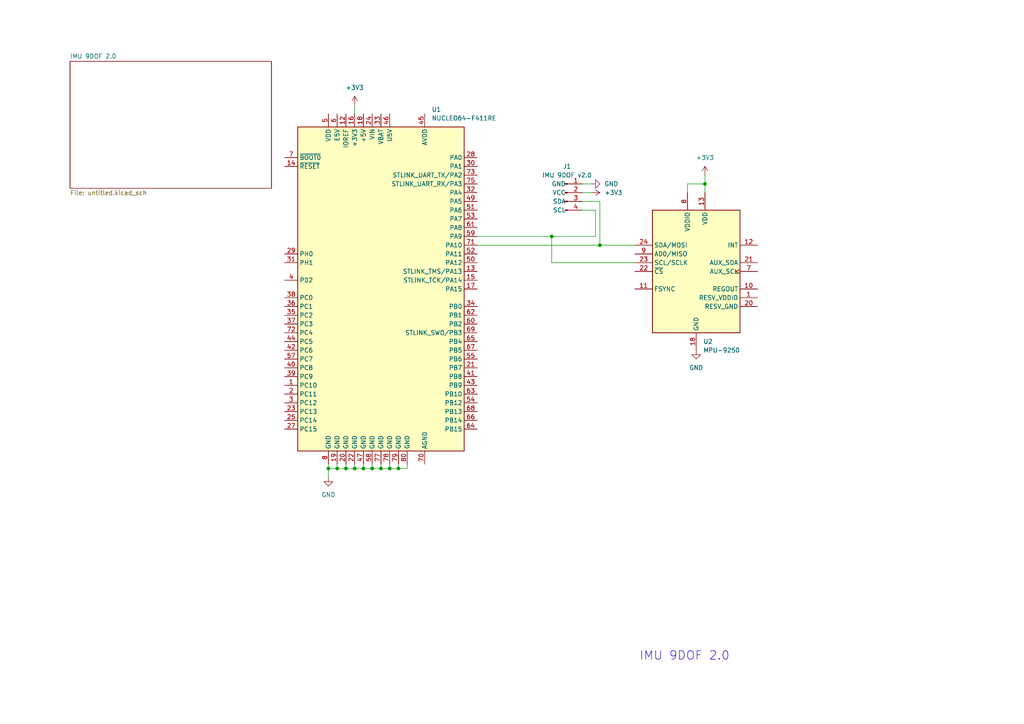
<source format=kicad_sch>
(kicad_sch (version 20211123) (generator eeschema)
  (paper "A4")
  (lib_symbols
    (symbol "MCU_Module:NUCLEO64-F411RE"
      (property "Reference" "U" (at -17.78 50.165 0))
      (property "Value" "NUCLEO64-F411RE" (at -17.78 48.26 0))
      (symbol "NUCLEO64-F411RE_0_1"
        (rectangle (start -24.13 -46.99) (end 24.13 46.99) (stroke (width 0.254)) (fill (type background)))
      )
      (symbol "NUCLEO64-F411RE_1_1"
        (pin bidirectional line (at -27.94 -27.94 0) (length 3.81) (name "PC10") (number "1"))
        (pin no_connect line (at -27.94 20.32 0) (length 3.81) hide (name "NC") (number "10"))
        (pin no_connect line (at -27.94 15.24 0) (length 3.81) hide (name "NC") (number "11"))
        (pin power_in line (at -10.16 50.8 270) (length 3.81) (name "IOREF") (number "12"))
        (pin bidirectional line (at 27.94 5.08 180) (length 3.81) (name "STLINK_TMS/PA13") (number "13"))
        (pin input line (at -27.94 35.56 0) (length 3.81) (name "~{RESET}") (number "14"))
        (pin bidirectional line (at 27.94 2.54 180) (length 3.81) (name "STLINK_TCK/PA14") (number "15"))
        (pin power_in line (at -7.62 50.8 270) (length 3.81) (name "+3V3") (number "16"))
        (pin bidirectional line (at 27.94 0 180) (length 3.81) (name "PA15") (number "17"))
        (pin power_in line (at -5.08 50.8 270) (length 3.81) (name "+5V") (number "18"))
        (pin power_in line (at -12.7 -50.8 90) (length 3.81) (name "GND") (number "19"))
        (pin bidirectional line (at -27.94 -30.48 0) (length 3.81) (name "PC11") (number "2"))
        (pin power_in line (at -10.16 -50.8 90) (length 3.81) (name "GND") (number "20"))
        (pin bidirectional line (at 27.94 -22.86 180) (length 3.81) (name "PB7") (number "21"))
        (pin power_in line (at -7.62 -50.8 90) (length 3.81) (name "GND") (number "22"))
        (pin bidirectional line (at -27.94 -35.56 0) (length 3.81) (name "PC13") (number "23"))
        (pin power_in line (at -2.54 50.8 270) (length 3.81) (name "VIN") (number "24"))
        (pin bidirectional line (at -27.94 -38.1 0) (length 3.81) (name "PC14") (number "25"))
        (pin no_connect line (at -27.94 22.86 0) (length 3.81) hide (name "NC") (number "26"))
        (pin bidirectional line (at -27.94 -40.64 0) (length 3.81) (name "PC15") (number "27"))
        (pin bidirectional line (at 27.94 38.1 180) (length 3.81) (name "PA0") (number "28"))
        (pin bidirectional line (at -27.94 10.16 0) (length 3.81) (name "PH0") (number "29"))
        (pin bidirectional line (at -27.94 -33.02 0) (length 3.81) (name "PC12") (number "3"))
        (pin bidirectional line (at 27.94 35.56 180) (length 3.81) (name "PA1") (number "30"))
        (pin bidirectional line (at -27.94 7.62 0) (length 3.81) (name "PH1") (number "31"))
        (pin bidirectional line (at 27.94 27.94 180) (length 3.81) (name "PA4") (number "32"))
        (pin power_in line (at 0 50.8 270) (length 3.81) (name "VBAT") (number "33"))
        (pin bidirectional line (at 27.94 -5.08 180) (length 3.81) (name "PB0") (number "34"))
        (pin bidirectional line (at -27.94 -7.62 0) (length 3.81) (name "PC2") (number "35"))
        (pin bidirectional line (at -27.94 -5.08 0) (length 3.81) (name "PC1") (number "36"))
        (pin bidirectional line (at -27.94 -10.16 0) (length 3.81) (name "PC3") (number "37"))
        (pin bidirectional line (at -27.94 -2.54 0) (length 3.81) (name "PC0") (number "38"))
        (pin bidirectional line (at -27.94 -25.4 0) (length 3.81) (name "PC9") (number "39"))
        (pin bidirectional line (at -27.94 2.54 0) (length 3.81) (name "PD2") (number "4"))
        (pin bidirectional line (at -27.94 -22.86 0) (length 3.81) (name "PC8") (number "40"))
        (pin bidirectional line (at 27.94 -25.4 180) (length 3.81) (name "PB8") (number "41"))
        (pin bidirectional line (at -27.94 -17.78 0) (length 3.81) (name "PC6") (number "42"))
        (pin bidirectional line (at 27.94 -27.94 180) (length 3.81) (name "PB9") (number "43"))
        (pin bidirectional line (at -27.94 -15.24 0) (length 3.81) (name "PC5") (number "44"))
        (pin power_in line (at 12.7 50.8 270) (length 3.81) (name "AVDD") (number "45"))
        (pin power_in line (at 2.54 50.8 270) (length 3.81) (name "U5V") (number "46"))
        (pin power_in line (at -5.08 -50.8 90) (length 3.81) (name "GND") (number "47"))
        (pin no_connect line (at -27.94 25.4 0) (length 3.81) hide (name "NC") (number "48"))
        (pin bidirectional line (at 27.94 25.4 180) (length 3.81) (name "PA5") (number "49"))
        (pin power_in line (at -15.24 50.8 270) (length 3.81) (name "VDD") (number "5"))
        (pin bidirectional line (at 27.94 7.62 180) (length 3.81) (name "PA12") (number "50"))
        (pin bidirectional line (at 27.94 22.86 180) (length 3.81) (name "PA6") (number "51"))
        (pin bidirectional line (at 27.94 10.16 180) (length 3.81) (name "PA11") (number "52"))
        (pin bidirectional line (at 27.94 20.32 180) (length 3.81) (name "PA7") (number "53"))
        (pin bidirectional line (at 27.94 -33.02 180) (length 3.81) (name "PB12") (number "54"))
        (pin bidirectional line (at 27.94 -20.32 180) (length 3.81) (name "PB6") (number "55"))
        (pin no_connect line (at -27.94 33.02 0) (length 3.81) hide (name "NC") (number "56"))
        (pin bidirectional line (at -27.94 -20.32 0) (length 3.81) (name "PC7") (number "57"))
        (pin power_in line (at -2.54 -50.8 90) (length 3.81) (name "GND") (number "58"))
        (pin bidirectional line (at 27.94 15.24 180) (length 3.81) (name "PA9") (number "59"))
        (pin power_in line (at -12.7 50.8 270) (length 3.81) (name "E5V") (number "6"))
        (pin bidirectional line (at 27.94 -10.16 180) (length 3.81) (name "PB2") (number "60"))
        (pin bidirectional line (at 27.94 17.78 180) (length 3.81) (name "PA8") (number "61"))
        (pin bidirectional line (at 27.94 -7.62 180) (length 3.81) (name "PB1") (number "62"))
        (pin bidirectional line (at 27.94 -30.48 180) (length 3.81) (name "PB10") (number "63"))
        (pin bidirectional line (at 27.94 -40.64 180) (length 3.81) (name "PB15") (number "64"))
        (pin bidirectional line (at 27.94 -15.24 180) (length 3.81) (name "PB4") (number "65"))
        (pin bidirectional line (at 27.94 -38.1 180) (length 3.81) (name "PB14") (number "66"))
        (pin bidirectional line (at 27.94 -17.78 180) (length 3.81) (name "PB5") (number "67"))
        (pin bidirectional line (at 27.94 -35.56 180) (length 3.81) (name "PB13") (number "68"))
        (pin bidirectional line (at 27.94 -12.7 180) (length 3.81) (name "STLINK_SWO/PB3") (number "69"))
        (pin input line (at -27.94 38.1 0) (length 3.81) (name "~{BOOT0}") (number "7"))
        (pin power_in line (at 12.7 -50.8 90) (length 3.81) (name "AGND") (number "70"))
        (pin bidirectional line (at 27.94 12.7 180) (length 3.81) (name "PA10") (number "71"))
        (pin bidirectional line (at -27.94 -12.7 0) (length 3.81) (name "PC4") (number "72"))
        (pin bidirectional line (at 27.94 33.02 180) (length 3.81) (name "STLINK_UART_TX/PA2") (number "73"))
        (pin no_connect line (at -27.94 30.48 0) (length 3.81) hide (name "NC") (number "74"))
        (pin bidirectional line (at 27.94 30.48 180) (length 3.81) (name "STLINK_UART_RX/PA3") (number "75"))
        (pin no_connect line (at -27.94 27.94 0) (length 3.81) hide (name "NC") (number "76"))
        (pin power_in line (at 0 -50.8 90) (length 3.81) (name "GND") (number "77"))
        (pin power_in line (at 2.54 -50.8 90) (length 3.81) (name "GND") (number "78"))
        (pin power_in line (at 5.08 -50.8 90) (length 3.81) (name "GND") (number "79"))
        (pin power_in line (at -15.24 -50.8 90) (length 3.81) (name "GND") (number "8"))
        (pin power_in line (at 7.62 -50.8 90) (length 3.81) (name "GND") (number "80"))
        (pin no_connect line (at -27.94 17.78 0) (length 3.81) hide (name "NC") (number "9"))
      )
    )
    (symbol "Sensor_Motion:MPU-9250"
      (property "Reference" "U" (at -11.43 19.05 0))
      (property "Value" "MPU-9250" (at 7.62 -19.05 0))
      (symbol "MPU-9250_0_1"
        (rectangle (start -12.7 17.78) (end 12.7 -17.78) (stroke (width 0.254)) (fill (type background)))
      )
      (symbol "MPU-9250_1_1"
        (pin input line (at 17.78 -7.62 180) (length 5.08) (name "RESV_VDDIO") (number "1"))
        (pin passive line (at 17.78 -5.08 180) (length 5.08) (name "REGOUT") (number "10"))
        (pin input line (at -17.78 -5.08 0) (length 5.08) (name "FSYNC") (number "11"))
        (pin output line (at 17.78 7.62 180) (length 5.08) (name "INT") (number "12"))
        (pin power_in line (at 2.54 22.86 270) (length 5.08) (name "VDD") (number "13"))
        (pin power_in line (at 0 -22.86 90) (length 5.08) (name "GND") (number "18"))
        (pin power_in line (at 17.78 -10.16 180) (length 5.08) (name "RESV_GND") (number "20"))
        (pin bidirectional line (at 17.78 2.54 180) (length 5.08) (name "AUX_SDA") (number "21"))
        (pin input line (at -17.78 0 0) (length 5.08) (name "~{CS}") (number "22"))
        (pin input line (at -17.78 2.54 0) (length 5.08) (name "SCL/SCLK") (number "23"))
        (pin bidirectional line (at -17.78 7.62 0) (length 5.08) (name "SDA/MOSI") (number "24"))
        (pin output clock (at 17.78 0 180) (length 5.08) (name "AUX_SCL") (number "7"))
        (pin power_in line (at -2.54 22.86 270) (length 5.08) (name "VDDIO") (number "8"))
        (pin bidirectional line (at -17.78 5.08 0) (length 5.08) (name "AD0/MISO") (number "9"))
      )
    )
    (symbol "accelerometer:IMU 9DOF v2.0" (pin_names (offset 1.016))
      (property "Reference" "J?" (at 0.635 7.62 0))
      (property "Value" "IMU 9DOF v2.0" (at 0.635 5.08 0))
      (symbol "IMU 9DOF v2.0_1_1"
        (polyline (pts (xy 1.27 -5.08) (xy 0.8636 -5.08)) (stroke (width 0.1524)))
        (polyline (pts (xy 1.27 -2.54) (xy 0.8636 -2.54)) (stroke (width 0.1524)))
        (polyline (pts (xy 1.27 0) (xy 0.8636 0)) (stroke (width 0.1524)))
        (polyline (pts (xy 1.27 2.54) (xy 0.8636 2.54)) (stroke (width 0.1524)))
        (rectangle (start 0.8636 -4.953) (end 0 -5.207) (stroke (width 0.1524)) (fill (type outline)))
        (rectangle (start 0.8636 -2.413) (end 0 -2.667) (stroke (width 0.1524)) (fill (type outline)))
        (rectangle (start 0.8636 0.127) (end 0 -0.127) (stroke (width 0.1524)) (fill (type outline)))
        (rectangle (start 0.8636 2.667) (end 0 2.413) (stroke (width 0.1524)) (fill (type outline)))
        (pin passive line (at 5.08 2.54 180) (length 3.81) (name "GND") (number "1"))
        (pin passive line (at 5.08 0 180) (length 3.81) (name "VCC") (number "2"))
        (pin passive line (at 5.08 -2.54 180) (length 3.81) (name "SDA") (number "3"))
        (pin passive line (at 5.08 -5.08 180) (length 3.81) (name "SCL") (number "4"))
      )
    )
    (symbol "power:+3.3V" (power) (pin_names (offset 0))
      (property "Value" "+3.3V" (at 0 3.556 0))
      (symbol "+3.3V_0_1"
        (polyline (pts (xy -0.762 1.27) (xy 0 2.54)))
        (polyline (pts (xy 0 0) (xy 0 2.54)))
        (polyline (pts (xy 0 2.54) (xy 0.762 1.27)))
      )
      (symbol "+3.3V_1_1"
        (pin power_in line (at 0 0 90) (length 0) hide (name "+3V3") (number "1"))
      )
    )
    (symbol "power:GND" (power) (pin_names (offset 0))
      (property "Value" "GND" (at 0 -3.81 0))
      (symbol "GND_0_1"
        (polyline (pts (xy 0 0) (xy 0 -1.27) (xy 1.27 -1.27) (xy 0 -2.54) (xy -1.27 -1.27) (xy 0 -1.27)))
      )
      (symbol "GND_1_1"
        (pin power_in line (at 0 0 270) (length 0) hide (name "GND") (number "1"))
      )
    )
  )
  (junction (at 107.95 135.89))
  (junction (at 173.99 71.12))
  (junction (at 160.02 68.58))
  (junction (at 115.57 135.89))
  (junction (at 95.25 135.89))
  (junction (at 204.47 53.34))
  (junction (at 97.79 135.89))
  (junction (at 113.03 135.89))
  (junction (at 100.33 135.89))
  (junction (at 102.87 135.89))
  (junction (at 110.49 135.89))
  (junction (at 105.41 135.89))
  (wire (pts (xy 110.49 135.89) (xy 110.49 134.62)))
  (wire (pts (xy 102.87 135.89) (xy 102.87 134.62)))
  (wire (pts (xy 97.79 135.89) (xy 97.79 134.62)))
  (wire (pts (xy 138.43 68.58) (xy 160.02 68.58)))
  (wire (pts (xy 102.87 135.89) (xy 105.41 135.89)))
  (wire (pts (xy 199.39 55.88) (xy 199.39 53.34)))
  (wire (pts (xy 115.57 135.89) (xy 115.57 134.62)))
  (wire (pts (xy 173.99 58.42) (xy 173.99 71.12)))
  (wire (pts (xy 160.02 76.2) (xy 184.15 76.2)))
  (wire (pts (xy 97.79 135.89) (xy 100.33 135.89)))
  (wire (pts (xy 172.72 60.96) (xy 172.72 68.58)))
  (wire (pts (xy 168.91 53.34) (xy 171.45 53.34)))
  (wire (pts (xy 160.02 68.58) (xy 172.72 68.58)))
  (wire (pts (xy 173.99 71.12) (xy 184.15 71.12)))
  (wire (pts (xy 118.11 134.62) (xy 118.11 135.89)))
  (wire (pts (xy 110.49 135.89) (xy 113.03 135.89)))
  (wire (pts (xy 199.39 53.34) (xy 204.47 53.34)))
  (wire (pts (xy 95.25 135.89) (xy 97.79 135.89)))
  (wire (pts (xy 113.03 135.89) (xy 113.03 134.62)))
  (wire (pts (xy 100.33 135.89) (xy 100.33 134.62)))
  (wire (pts (xy 107.95 135.89) (xy 107.95 134.62)))
  (wire (pts (xy 107.95 135.89) (xy 110.49 135.89)))
  (wire (pts (xy 105.41 135.89) (xy 107.95 135.89)))
  (wire (pts (xy 138.43 71.12) (xy 173.99 71.12)))
  (wire (pts (xy 115.57 135.89) (xy 118.11 135.89)))
  (wire (pts (xy 95.25 138.43) (xy 95.25 135.89)))
  (wire (pts (xy 204.47 50.8) (xy 204.47 53.34)))
  (wire (pts (xy 100.33 135.89) (xy 102.87 135.89)))
  (wire (pts (xy 160.02 76.2) (xy 160.02 68.58)))
  (wire (pts (xy 168.91 60.96) (xy 172.72 60.96)))
  (wire (pts (xy 102.87 30.48) (xy 102.87 33.02)))
  (wire (pts (xy 113.03 135.89) (xy 115.57 135.89)))
  (wire (pts (xy 168.91 58.42) (xy 173.99 58.42)))
  (wire (pts (xy 105.41 135.89) (xy 105.41 134.62)))
  (wire (pts (xy 95.25 135.89) (xy 95.25 134.62)))
  (wire (pts (xy 204.47 53.34) (xy 204.47 55.88)))
  (wire (pts (xy 168.91 55.88) (xy 171.45 55.88)))
  (text "IMU 9DOF 2.0" (at 185.42 191.77 0) (effects (font (size 2.5 2.5)) (justify left bottom)))
  (symbol (lib_id "power:+3.3V") (at 204.47 50.8 0) (unit 1)
    (property "Reference" "#PWR0103" (effects hide))
    (property "Value" "+3.3V" (at 204.47 45.72 0))
  )
  (symbol (lib_id "power:GND") (at 171.45 53.34 90) (unit 1)
    (property "Reference" "#PWR0105" (effects hide))
    (property "Value" "GND" (at 175.26 53.3399 90) (effects (justify right)))
  )
  (symbol (lib_id "accelerometer:IMU 9DOF v2.0") (at 163.83 55.88 0) (unit 1)
    (property "Reference" "J1" (at 164.465 48.26 0))
    (property "Value" "IMU 9DOF v2.0" (at 164.465 50.8 0))
  )
  (symbol (lib_id "Sensor_Motion:MPU-9250") (at 201.93 78.74 0) (unit 1)
    (property "Reference" "U2" (at 203.9494 99.06 0) (effects (justify left)))
    (property "Value" "MPU-9250" (at 203.9494 101.6 0) (effects (justify left)))
    (property "Footprint" "Sensor_Motion:InvenSense_QFN-24_3x3mm_P0.4mm" (effects hide))
    (property "Datasheet" "https://store.invensense.com/datasheets/invensense/MPU9250REV1.0.pdf" (effects hide))
  )
  (symbol (lib_id "power:GND") (at 201.93 101.6 0) (unit 1)
    (property "Reference" "#PWR0104" (effects hide))
    (property "Value" "GND" (at 201.93 106.68 0))
  )
  (symbol (lib_id "power:+3.3V") (at 102.87 30.48 0) (unit 1)
    (property "Reference" "#PWR0101" (effects hide))
    (property "Value" "+3.3V" (at 102.87 25.4 0))
  )
  (symbol (lib_id "power:GND") (at 95.25 138.43 0) (unit 1)
    (property "Reference" "#PWR0102" (effects hide))
    (property "Value" "GND" (at 95.25 143.51 0))
  )
  (symbol (lib_id "MCU_Module:NUCLEO64-F411RE") (at 110.49 83.82 0) (unit 1)
    (property "Reference" "U1" (at 125.2094 31.75 0) (effects (justify left)))
    (property "Value" "NUCLEO64-F411RE" (at 125.2094 34.29 0) (effects (justify left)))
    (property "Footprint" "Module:ST_Morpho_Connector_144_STLink" (effects hide))
    (property "Datasheet" "http://www.st.com/st-web-ui/static/active/en/resource/technical/document/data_brief/DM00105918.pdf" (effects hide))
  )
  (symbol (lib_id "power:+3.3V") (at 171.45 55.88 270) (unit 1)
    (property "Reference" "#PWR0106" (effects hide))
    (property "Value" "+3.3V" (at 175.26 55.8799 90) (effects (justify left)))
  )
  (sheet (at 20.32 17.78) (size 58.42 36.83) (stroke (width 0.1524))
    (property "Sheet name" "IMU 9DOF 2.0" (at 20.32 17.0684 0) (effects (justify left bottom)))
    (property "Sheet file" "untitled.kicad_sch" (at 20.32 55.1946 0) (effects (justify left top)))
  )
)
</source>
